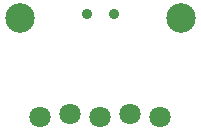
<source format=gbr>
%TF.GenerationSoftware,KiCad,Pcbnew,(6.0.5-0)*%
%TF.CreationDate,2022-06-18T01:32:46+09:00*%
%TF.ProjectId,bg-key,62672d6b-6579-42e6-9b69-6361645f7063,rev?*%
%TF.SameCoordinates,Original*%
%TF.FileFunction,Soldermask,Bot*%
%TF.FilePolarity,Negative*%
%FSLAX46Y46*%
G04 Gerber Fmt 4.6, Leading zero omitted, Abs format (unit mm)*
G04 Created by KiCad (PCBNEW (6.0.5-0)) date 2022-06-18 01:32:46*
%MOMM*%
%LPD*%
G01*
G04 APERTURE LIST*
%ADD10C,2.500000*%
%ADD11C,1.800000*%
%ADD12C,0.900000*%
G04 APERTURE END LIST*
D10*
%TO.C,REF\u002A\u002A*%
X126750000Y-117250000D03*
%TD*%
D11*
%TO.C,U1*%
X128497000Y-125687000D03*
X131037000Y-125433000D03*
X133577000Y-125687000D03*
X136117000Y-125433000D03*
X138657000Y-125687000D03*
%TD*%
D10*
%TO.C,REF\u002A\u002A*%
X140450000Y-117250000D03*
%TD*%
D12*
%TO.C,SW1*%
X134750000Y-116923000D03*
X132450000Y-116923000D03*
%TD*%
M02*

</source>
